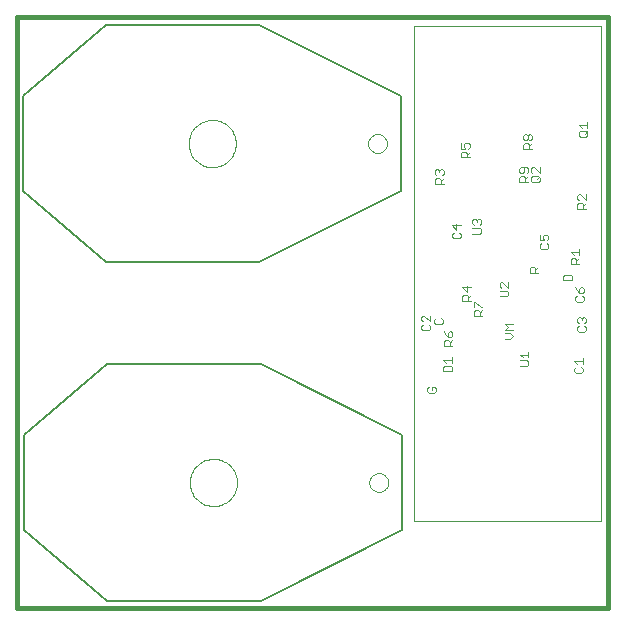
<source format=gto>
G75*
G70*
%OFA0B0*%
%FSLAX24Y24*%
%IPPOS*%
%LPD*%
%AMOC8*
5,1,8,0,0,1.08239X$1,22.5*
%
%ADD10C,0.0050*%
%ADD11C,0.0000*%
%ADD12C,0.0160*%
%ADD13C,0.0010*%
%ADD14C,0.0030*%
%ADD15C,0.0020*%
D10*
X000816Y008918D02*
X003572Y006556D01*
X008690Y006556D01*
X013415Y008918D01*
X013415Y012068D01*
X008690Y014430D01*
X003572Y014430D01*
X000816Y012068D01*
X000816Y008918D01*
X003533Y017855D02*
X008651Y017855D01*
X013375Y020218D01*
X013375Y023367D01*
X008651Y025729D01*
X003533Y025729D01*
X000777Y023367D01*
X000777Y020218D01*
X003533Y017855D01*
D11*
X006290Y021792D02*
X006292Y021848D01*
X006298Y021903D01*
X006308Y021957D01*
X006321Y022011D01*
X006339Y022064D01*
X006360Y022115D01*
X006384Y022165D01*
X006412Y022213D01*
X006444Y022259D01*
X006478Y022303D01*
X006516Y022344D01*
X006556Y022382D01*
X006599Y022417D01*
X006644Y022449D01*
X006692Y022478D01*
X006741Y022504D01*
X006792Y022526D01*
X006844Y022544D01*
X006898Y022558D01*
X006953Y022569D01*
X007008Y022576D01*
X007063Y022579D01*
X007119Y022578D01*
X007174Y022573D01*
X007229Y022564D01*
X007283Y022552D01*
X007336Y022535D01*
X007388Y022515D01*
X007438Y022491D01*
X007486Y022464D01*
X007533Y022434D01*
X007577Y022400D01*
X007619Y022363D01*
X007657Y022323D01*
X007694Y022281D01*
X007727Y022236D01*
X007756Y022190D01*
X007783Y022141D01*
X007805Y022090D01*
X007825Y022038D01*
X007840Y021984D01*
X007852Y021930D01*
X007860Y021875D01*
X007864Y021820D01*
X007864Y021764D01*
X007860Y021709D01*
X007852Y021654D01*
X007840Y021600D01*
X007825Y021546D01*
X007805Y021494D01*
X007783Y021443D01*
X007756Y021394D01*
X007727Y021348D01*
X007694Y021303D01*
X007657Y021261D01*
X007619Y021221D01*
X007577Y021184D01*
X007533Y021150D01*
X007486Y021120D01*
X007438Y021093D01*
X007388Y021069D01*
X007336Y021049D01*
X007283Y021032D01*
X007229Y021020D01*
X007174Y021011D01*
X007119Y021006D01*
X007063Y021005D01*
X007008Y021008D01*
X006953Y021015D01*
X006898Y021026D01*
X006844Y021040D01*
X006792Y021058D01*
X006741Y021080D01*
X006692Y021106D01*
X006644Y021135D01*
X006599Y021167D01*
X006556Y021202D01*
X006516Y021240D01*
X006478Y021281D01*
X006444Y021325D01*
X006412Y021371D01*
X006384Y021419D01*
X006360Y021469D01*
X006339Y021520D01*
X006321Y021573D01*
X006308Y021627D01*
X006298Y021681D01*
X006292Y021736D01*
X006290Y021792D01*
X012275Y021792D02*
X012277Y021827D01*
X012283Y021862D01*
X012293Y021895D01*
X012306Y021928D01*
X012323Y021959D01*
X012343Y021987D01*
X012367Y022013D01*
X012393Y022037D01*
X012421Y022057D01*
X012452Y022074D01*
X012485Y022087D01*
X012518Y022097D01*
X012553Y022103D01*
X012588Y022105D01*
X012623Y022103D01*
X012658Y022097D01*
X012691Y022087D01*
X012724Y022074D01*
X012755Y022057D01*
X012783Y022037D01*
X012809Y022013D01*
X012833Y021987D01*
X012853Y021959D01*
X012870Y021928D01*
X012883Y021895D01*
X012893Y021862D01*
X012899Y021827D01*
X012901Y021792D01*
X012899Y021757D01*
X012893Y021722D01*
X012883Y021689D01*
X012870Y021656D01*
X012853Y021625D01*
X012833Y021597D01*
X012809Y021571D01*
X012783Y021547D01*
X012755Y021527D01*
X012724Y021510D01*
X012691Y021497D01*
X012658Y021487D01*
X012623Y021481D01*
X012588Y021479D01*
X012553Y021481D01*
X012518Y021487D01*
X012485Y021497D01*
X012452Y021510D01*
X012421Y021527D01*
X012393Y021547D01*
X012367Y021571D01*
X012343Y021597D01*
X012323Y021625D01*
X012306Y021656D01*
X012293Y021689D01*
X012283Y021722D01*
X012277Y021757D01*
X012275Y021792D01*
X012314Y010493D02*
X012316Y010528D01*
X012322Y010563D01*
X012332Y010596D01*
X012345Y010629D01*
X012362Y010660D01*
X012382Y010688D01*
X012406Y010714D01*
X012432Y010738D01*
X012460Y010758D01*
X012491Y010775D01*
X012524Y010788D01*
X012557Y010798D01*
X012592Y010804D01*
X012627Y010806D01*
X012662Y010804D01*
X012697Y010798D01*
X012730Y010788D01*
X012763Y010775D01*
X012794Y010758D01*
X012822Y010738D01*
X012848Y010714D01*
X012872Y010688D01*
X012892Y010660D01*
X012909Y010629D01*
X012922Y010596D01*
X012932Y010563D01*
X012938Y010528D01*
X012940Y010493D01*
X012938Y010458D01*
X012932Y010423D01*
X012922Y010390D01*
X012909Y010357D01*
X012892Y010326D01*
X012872Y010298D01*
X012848Y010272D01*
X012822Y010248D01*
X012794Y010228D01*
X012763Y010211D01*
X012730Y010198D01*
X012697Y010188D01*
X012662Y010182D01*
X012627Y010180D01*
X012592Y010182D01*
X012557Y010188D01*
X012524Y010198D01*
X012491Y010211D01*
X012460Y010228D01*
X012432Y010248D01*
X012406Y010272D01*
X012382Y010298D01*
X012362Y010326D01*
X012345Y010357D01*
X012332Y010390D01*
X012322Y010423D01*
X012316Y010458D01*
X012314Y010493D01*
X006329Y010493D02*
X006331Y010549D01*
X006337Y010604D01*
X006347Y010658D01*
X006360Y010712D01*
X006378Y010765D01*
X006399Y010816D01*
X006423Y010866D01*
X006451Y010914D01*
X006483Y010960D01*
X006517Y011004D01*
X006555Y011045D01*
X006595Y011083D01*
X006638Y011118D01*
X006683Y011150D01*
X006731Y011179D01*
X006780Y011205D01*
X006831Y011227D01*
X006883Y011245D01*
X006937Y011259D01*
X006992Y011270D01*
X007047Y011277D01*
X007102Y011280D01*
X007158Y011279D01*
X007213Y011274D01*
X007268Y011265D01*
X007322Y011253D01*
X007375Y011236D01*
X007427Y011216D01*
X007477Y011192D01*
X007525Y011165D01*
X007572Y011135D01*
X007616Y011101D01*
X007658Y011064D01*
X007696Y011024D01*
X007733Y010982D01*
X007766Y010937D01*
X007795Y010891D01*
X007822Y010842D01*
X007844Y010791D01*
X007864Y010739D01*
X007879Y010685D01*
X007891Y010631D01*
X007899Y010576D01*
X007903Y010521D01*
X007903Y010465D01*
X007899Y010410D01*
X007891Y010355D01*
X007879Y010301D01*
X007864Y010247D01*
X007844Y010195D01*
X007822Y010144D01*
X007795Y010095D01*
X007766Y010049D01*
X007733Y010004D01*
X007696Y009962D01*
X007658Y009922D01*
X007616Y009885D01*
X007572Y009851D01*
X007525Y009821D01*
X007477Y009794D01*
X007427Y009770D01*
X007375Y009750D01*
X007322Y009733D01*
X007268Y009721D01*
X007213Y009712D01*
X007158Y009707D01*
X007102Y009706D01*
X007047Y009709D01*
X006992Y009716D01*
X006937Y009727D01*
X006883Y009741D01*
X006831Y009759D01*
X006780Y009781D01*
X006731Y009807D01*
X006683Y009836D01*
X006638Y009868D01*
X006595Y009903D01*
X006555Y009941D01*
X006517Y009982D01*
X006483Y010026D01*
X006451Y010072D01*
X006423Y010120D01*
X006399Y010170D01*
X006378Y010221D01*
X006360Y010274D01*
X006347Y010328D01*
X006337Y010382D01*
X006331Y010437D01*
X006329Y010493D01*
D12*
X000580Y006320D02*
X000580Y026005D01*
X020265Y026005D01*
X020265Y006320D01*
X000580Y006320D01*
D13*
X013799Y009222D02*
X020049Y009222D01*
X020049Y025722D01*
X013799Y025722D01*
X013799Y009222D01*
D14*
X014292Y013487D02*
X014244Y013536D01*
X014244Y013632D01*
X014292Y013681D01*
X014389Y013681D02*
X014389Y013584D01*
X014389Y013681D02*
X014486Y013681D01*
X014534Y013632D01*
X014534Y013536D01*
X014486Y013487D01*
X014292Y013487D01*
X014784Y014198D02*
X014784Y014343D01*
X014832Y014392D01*
X015026Y014392D01*
X015074Y014343D01*
X015074Y014198D01*
X014784Y014198D01*
X014881Y014493D02*
X014784Y014589D01*
X015074Y014589D01*
X015074Y014493D02*
X015074Y014686D01*
X015084Y015039D02*
X014794Y015039D01*
X014794Y015184D01*
X014842Y015233D01*
X014939Y015233D01*
X014988Y015184D01*
X014988Y015039D01*
X014988Y015136D02*
X015084Y015233D01*
X015036Y015334D02*
X015084Y015382D01*
X015084Y015479D01*
X015036Y015527D01*
X014988Y015527D01*
X014939Y015479D01*
X014939Y015334D01*
X015036Y015334D01*
X014939Y015334D02*
X014842Y015431D01*
X014794Y015527D01*
X014716Y015777D02*
X014764Y015826D01*
X014764Y015922D01*
X014716Y015971D01*
X014522Y015971D02*
X014474Y015922D01*
X014474Y015826D01*
X014522Y015777D01*
X014716Y015777D01*
X014337Y015711D02*
X014337Y015615D01*
X014288Y015566D01*
X014095Y015566D01*
X014047Y015615D01*
X014047Y015711D01*
X014095Y015760D01*
X014095Y015861D02*
X014047Y015909D01*
X014047Y016006D01*
X014095Y016054D01*
X014143Y016054D01*
X014337Y015861D01*
X014337Y016054D01*
X014288Y015760D02*
X014337Y015711D01*
X015414Y016557D02*
X015414Y016702D01*
X015462Y016751D01*
X015559Y016751D01*
X015608Y016702D01*
X015608Y016557D01*
X015704Y016557D02*
X015414Y016557D01*
X015608Y016654D02*
X015704Y016751D01*
X015559Y016852D02*
X015414Y016997D01*
X015704Y016997D01*
X015559Y017046D02*
X015559Y016852D01*
X015794Y016526D02*
X015842Y016526D01*
X016036Y016332D01*
X016084Y016332D01*
X016084Y016231D02*
X015988Y016134D01*
X015988Y016182D02*
X015988Y016037D01*
X016084Y016037D02*
X015794Y016037D01*
X015794Y016182D01*
X015842Y016231D01*
X015939Y016231D01*
X015988Y016182D01*
X015794Y016332D02*
X015794Y016526D01*
X016654Y016697D02*
X016896Y016697D01*
X016944Y016746D01*
X016944Y016842D01*
X016896Y016891D01*
X016654Y016891D01*
X016702Y016992D02*
X016654Y017040D01*
X016654Y017137D01*
X016702Y017186D01*
X016751Y017186D01*
X016944Y016992D01*
X016944Y017186D01*
X017654Y017487D02*
X017654Y017632D01*
X017702Y017681D01*
X017799Y017681D01*
X017848Y017632D01*
X017848Y017487D01*
X017944Y017487D02*
X017654Y017487D01*
X017848Y017584D02*
X017944Y017681D01*
X018042Y018267D02*
X018236Y018267D01*
X018284Y018316D01*
X018284Y018412D01*
X018236Y018461D01*
X018236Y018562D02*
X018284Y018610D01*
X018284Y018707D01*
X018236Y018756D01*
X018139Y018756D01*
X018091Y018707D01*
X018091Y018659D01*
X018139Y018562D01*
X017994Y018562D01*
X017994Y018756D01*
X018042Y018461D02*
X017994Y018412D01*
X017994Y018316D01*
X018042Y018267D01*
X018832Y017421D02*
X018784Y017372D01*
X018784Y017227D01*
X019074Y017227D01*
X019074Y017372D01*
X019026Y017421D01*
X018832Y017421D01*
X019024Y017778D02*
X019024Y017923D01*
X019072Y017972D01*
X019169Y017972D01*
X019218Y017923D01*
X019218Y017778D01*
X019314Y017778D02*
X019024Y017778D01*
X019218Y017875D02*
X019314Y017972D01*
X019314Y018073D02*
X019314Y018266D01*
X019314Y018169D02*
X019024Y018169D01*
X019121Y018073D01*
X019174Y017006D02*
X019222Y016909D01*
X019319Y016812D01*
X019319Y016957D01*
X019368Y017006D01*
X019416Y017006D01*
X019464Y016957D01*
X019464Y016860D01*
X019416Y016812D01*
X019319Y016812D01*
X019222Y016711D02*
X019174Y016662D01*
X019174Y016566D01*
X019222Y016517D01*
X019416Y016517D01*
X019464Y016566D01*
X019464Y016662D01*
X019416Y016711D01*
X019438Y016006D02*
X019486Y016006D01*
X019534Y015957D01*
X019534Y015860D01*
X019486Y015812D01*
X019486Y015711D02*
X019534Y015662D01*
X019534Y015566D01*
X019486Y015517D01*
X019292Y015517D01*
X019244Y015566D01*
X019244Y015662D01*
X019292Y015711D01*
X019292Y015812D02*
X019244Y015860D01*
X019244Y015957D01*
X019292Y016006D01*
X019341Y016006D01*
X019389Y015957D01*
X019438Y016006D01*
X019389Y015957D02*
X019389Y015909D01*
X019434Y014636D02*
X019434Y014443D01*
X019434Y014539D02*
X019144Y014539D01*
X019241Y014443D01*
X019192Y014342D02*
X019144Y014293D01*
X019144Y014196D01*
X019192Y014148D01*
X019386Y014148D01*
X019434Y014196D01*
X019434Y014293D01*
X019386Y014342D01*
X017614Y014416D02*
X017566Y014367D01*
X017324Y014367D01*
X017324Y014561D02*
X017566Y014561D01*
X017614Y014512D01*
X017614Y014416D01*
X017614Y014662D02*
X017614Y014856D01*
X017614Y014759D02*
X017324Y014759D01*
X017421Y014662D01*
X017018Y015277D02*
X016824Y015277D01*
X017018Y015277D02*
X017114Y015374D01*
X017018Y015471D01*
X016824Y015471D01*
X016824Y015577D02*
X016921Y015674D01*
X016824Y015771D01*
X017114Y015771D01*
X017114Y015577D02*
X016824Y015577D01*
X015316Y018628D02*
X015122Y018628D01*
X015074Y018676D01*
X015074Y018773D01*
X015122Y018822D01*
X015219Y018923D02*
X015219Y019116D01*
X015074Y019068D02*
X015219Y018923D01*
X015316Y018822D02*
X015364Y018773D01*
X015364Y018676D01*
X015316Y018628D01*
X015364Y019068D02*
X015074Y019068D01*
X014794Y020448D02*
X014504Y020448D01*
X014504Y020593D01*
X014552Y020642D01*
X014649Y020642D01*
X014698Y020593D01*
X014698Y020448D01*
X014698Y020545D02*
X014794Y020642D01*
X014746Y020743D02*
X014794Y020791D01*
X014794Y020888D01*
X014746Y020936D01*
X014698Y020936D01*
X014649Y020888D01*
X014649Y020839D01*
X014649Y020888D02*
X014601Y020936D01*
X014552Y020936D01*
X014504Y020888D01*
X014504Y020791D01*
X014552Y020743D01*
X015364Y021328D02*
X015364Y021473D01*
X015412Y021522D01*
X015509Y021522D01*
X015558Y021473D01*
X015558Y021328D01*
X015654Y021328D02*
X015364Y021328D01*
X015558Y021425D02*
X015654Y021522D01*
X015606Y021623D02*
X015654Y021671D01*
X015654Y021768D01*
X015606Y021816D01*
X015509Y021816D01*
X015461Y021768D01*
X015461Y021719D01*
X015509Y021623D01*
X015364Y021623D01*
X015364Y021816D01*
X017314Y020947D02*
X017314Y020850D01*
X017362Y020802D01*
X017411Y020802D01*
X017459Y020850D01*
X017459Y020996D01*
X017556Y020996D02*
X017362Y020996D01*
X017314Y020947D01*
X017556Y020996D02*
X017604Y020947D01*
X017604Y020850D01*
X017556Y020802D01*
X017604Y020701D02*
X017508Y020604D01*
X017508Y020652D02*
X017508Y020507D01*
X017604Y020507D02*
X017314Y020507D01*
X017314Y020652D01*
X017362Y020701D01*
X017459Y020701D01*
X017508Y020652D01*
X017704Y020652D02*
X017752Y020701D01*
X017946Y020701D01*
X017994Y020652D01*
X017994Y020556D01*
X017946Y020507D01*
X017752Y020507D01*
X017704Y020556D01*
X017704Y020652D01*
X017752Y020802D02*
X017704Y020850D01*
X017704Y020947D01*
X017752Y020996D01*
X017801Y020996D01*
X017994Y020802D01*
X017994Y020996D01*
X017994Y020701D02*
X017898Y020604D01*
X017734Y021607D02*
X017444Y021607D01*
X017444Y021752D01*
X017492Y021801D01*
X017589Y021801D01*
X017638Y021752D01*
X017638Y021607D01*
X017638Y021704D02*
X017734Y021801D01*
X017686Y021902D02*
X017638Y021902D01*
X017589Y021950D01*
X017589Y022047D01*
X017638Y022096D01*
X017686Y022096D01*
X017734Y022047D01*
X017734Y021950D01*
X017686Y021902D01*
X017589Y021950D02*
X017541Y021902D01*
X017492Y021902D01*
X017444Y021950D01*
X017444Y022047D01*
X017492Y022096D01*
X017541Y022096D01*
X017589Y022047D01*
X019294Y022066D02*
X019294Y022162D01*
X019342Y022211D01*
X019536Y022211D01*
X019584Y022162D01*
X019584Y022066D01*
X019536Y022017D01*
X019342Y022017D01*
X019294Y022066D01*
X019488Y022114D02*
X019584Y022211D01*
X019584Y022312D02*
X019584Y022506D01*
X019584Y022409D02*
X019294Y022409D01*
X019391Y022312D01*
X019341Y020106D02*
X019292Y020106D01*
X019244Y020057D01*
X019244Y019960D01*
X019292Y019912D01*
X019292Y019811D02*
X019389Y019811D01*
X019438Y019762D01*
X019438Y019617D01*
X019534Y019617D02*
X019244Y019617D01*
X019244Y019762D01*
X019292Y019811D01*
X019438Y019714D02*
X019534Y019811D01*
X019534Y019912D02*
X019341Y020106D01*
X019534Y020106D02*
X019534Y019912D01*
D15*
X016039Y019237D02*
X016039Y019137D01*
X015989Y019087D01*
X015989Y018993D02*
X015739Y018993D01*
X015789Y019087D02*
X015739Y019137D01*
X015739Y019237D01*
X015789Y019287D01*
X015839Y019287D01*
X015889Y019237D01*
X015939Y019287D01*
X015989Y019287D01*
X016039Y019237D01*
X015889Y019237D02*
X015889Y019187D01*
X015989Y018993D02*
X016039Y018942D01*
X016039Y018842D01*
X015989Y018792D01*
X015739Y018792D01*
M02*

</source>
